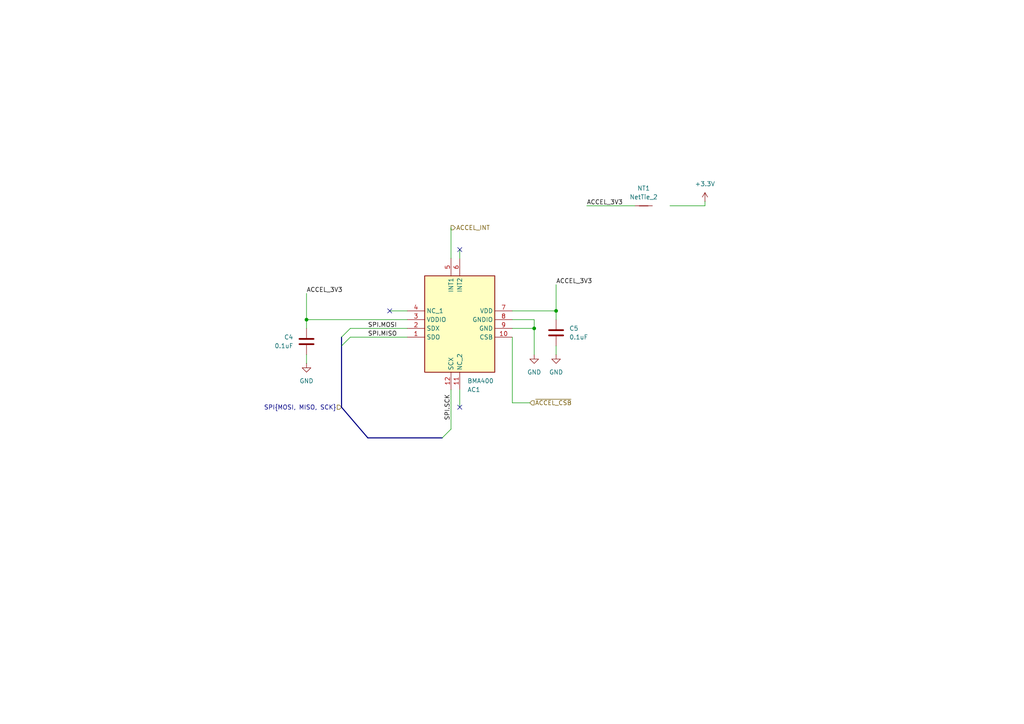
<source format=kicad_sch>
(kicad_sch (version 20250114) (generator "eeschema") (generator_version "9.0")
  (paper "A4")
  (lib_symbols
    (symbol "Device:C" (pin_numbers (hide yes)) (pin_names (offset 0.254))
      (property "Reference" "C" (at 0.635 2.54 0))
      (property "Value" "C" (at 0.635 -2.54 0))
      (symbol "C_0_1"
        (polyline (pts (xy -2.032 0.762) (xy 2.032 0.762)) (stroke (width 0.508)))
        (polyline (pts (xy -2.032 -0.762) (xy 2.032 -0.762)) (stroke (width 0.508)))
      )
      (symbol "C_1_1"
        (pin passive line (at 0 3.81 270) (length 2.794) (name "~") (number "1"))
        (pin passive line (at 0 -3.81 90) (length 2.794) (name "~") (number "2"))
      )
    )
    (symbol "Device:NetTie_2" (pin_numbers (hide yes)) (pin_names (offset 0) (hide yes)) (in_bom no)
      (property "Reference" "NT" (at 0 1.27 0))
      (property "Value" "NetTie_2" (at 0 -1.27 0))
      (symbol "NetTie_2_0_1"
        (polyline (pts (xy -1.27 0) (xy 1.27 0)) (stroke (width 0.254)))
      )
      (symbol "NetTie_2_1_1"
        (pin passive line (at -2.54 0 0) (length 2.54) (name "1") (number "1"))
        (pin passive line (at 2.54 0 180) (length 2.54) (name "2") (number "2"))
      )
    )
    (symbol "SamacSys_Parts:BMA400"
      (property "Reference" "AC" (at 26.67 15.24 0))
      (property "Value" "BMA400" (at 26.67 12.7 0))
      (symbol "BMA400_1_1"
        (rectangle (start 5.08 10.16) (end 25.4 -17.78) (stroke (width 0.254)) (fill (type background)))
        (pin passive line (at 0 0 0) (length 5.08) (name "SDO") (number "1"))
        (pin passive line (at 0 -2.54 0) (length 5.08) (name "SDX") (number "2"))
        (pin passive line (at 0 -5.08 0) (length 5.08) (name "VDDIO") (number "3"))
        (pin passive line (at 0 -7.62 0) (length 5.08) (name "NC_1") (number "4"))
        (pin passive line (at 12.7 15.24 270) (length 5.08) (name "SCX") (number "12"))
        (pin passive line (at 12.7 -22.86 90) (length 5.08) (name "INT1") (number "5"))
        (pin passive line (at 15.24 15.24 270) (length 5.08) (name "NC_2") (number "11"))
        (pin passive line (at 15.24 -22.86 90) (length 5.08) (name "INT2") (number "6"))
        (pin passive line (at 30.48 0 180) (length 5.08) (name "CSB") (number "10"))
        (pin passive line (at 30.48 -2.54 180) (length 5.08) (name "GND") (number "9"))
        (pin passive line (at 30.48 -5.08 180) (length 5.08) (name "GNDIO") (number "8"))
        (pin passive line (at 30.48 -7.62 180) (length 5.08) (name "VDD") (number "7"))
      )
    )
    (symbol "power:+3.3V" (power) (pin_numbers (hide yes)) (pin_names (offset 0) (hide yes))
      (property "Value" "+3.3V" (at 0 3.556 0))
      (symbol "+3.3V_0_1"
        (polyline (pts (xy -0.762 1.27) (xy 0 2.54)))
        (polyline (pts (xy 0 2.54) (xy 0.762 1.27)))
        (polyline (pts (xy 0 0) (xy 0 2.54)))
      )
      (symbol "+3.3V_1_1"
        (pin power_in line (at 0 0 90) (length 0) (name "~") (number "1"))
      )
    )
    (symbol "power:GND" (power) (pin_numbers (hide yes)) (pin_names (offset 0) (hide yes))
      (property "Value" "GND" (at 0 -3.81 0))
      (symbol "GND_0_1"
        (polyline (pts (xy 0 0) (xy 0 -1.27) (xy 1.27 -1.27) (xy 0 -2.54) (xy -1.27 -1.27) (xy 0 -1.27)))
      )
      (symbol "GND_1_1"
        (pin power_in line (at 0 0 270) (length 0) (name "~") (number "1"))
      )
    )
  )
  (junction (at 88.9 92.71))
  (junction (at 161.29 90.17))
  (junction (at 154.94 95.25))
  (no_connect (at 133.35 72.39))
  (no_connect (at 133.35 118.11))
  (no_connect (at 113.03 90.17))
  (bus_entry (at 99.06 97.79) (size 2.54 -2.54))
  (bus_entry (at 99.06 100.33) (size 2.54 -2.54))
  (bus_entry (at 128.27 127) (size 2.54 -2.54))
  (wire (pts (xy 184.15 59.69) (xy 170.18 59.69)))
  (wire (pts (xy 161.29 100.33) (xy 161.29 102.87)))
  (wire (pts (xy 101.6 97.79) (xy 118.11 97.79)))
  (wire (pts (xy 148.59 116.84) (xy 153.67 116.84)))
  (bus (pts (xy 106.68 127) (xy 128.27 127)))
  (wire (pts (xy 88.9 92.71) (xy 88.9 95.25)))
  (wire (pts (xy 113.03 90.17) (xy 118.11 90.17)))
  (wire (pts (xy 133.35 113.03) (xy 133.35 118.11)))
  (bus (pts (xy 99.06 97.79) (xy 99.06 100.33)))
  (wire (pts (xy 130.81 113.03) (xy 130.81 124.46)))
  (wire (pts (xy 88.9 102.87) (xy 88.9 105.41)))
  (bus (pts (xy 99.06 100.33) (xy 99.06 118.11)))
  (wire (pts (xy 133.35 72.39) (xy 133.35 74.93)))
  (wire (pts (xy 88.9 92.71) (xy 118.11 92.71)))
  (wire (pts (xy 148.59 95.25) (xy 154.94 95.25)))
  (wire (pts (xy 101.6 95.25) (xy 118.11 95.25)))
  (wire (pts (xy 88.9 85.09) (xy 88.9 92.71)))
  (wire (pts (xy 148.59 90.17) (xy 161.29 90.17)))
  (wire (pts (xy 154.94 95.25) (xy 154.94 102.87)))
  (wire (pts (xy 148.59 92.71) (xy 154.94 92.71)))
  (wire (pts (xy 161.29 90.17) (xy 161.29 92.71)))
  (wire (pts (xy 194.31 59.69) (xy 204.47 59.69)))
  (wire (pts (xy 154.94 92.71) (xy 154.94 95.25)))
  (wire (pts (xy 204.47 59.69) (xy 204.47 58.42)))
  (wire (pts (xy 161.29 82.55) (xy 161.29 90.17)))
  (wire (pts (xy 148.59 97.79) (xy 148.59 116.84)))
  (bus (pts (xy 99.06 118.11) (xy 106.68 127)))
  (wire (pts (xy 130.81 66.04) (xy 130.81 74.93)))
  (label "ACCEL_3V3" (at 161.29 82.55 0))
  (label "SPI.SCK" (at 130.81 121.92 90))
  (label "SPI.MOSI" (at 106.68 95.25 0))
  (label "ACCEL_3V3" (at 170.18 59.69 0))
  (label "SPI.MISO" (at 106.68 97.79 0))
  (label "ACCEL_3V3" (at 88.9 85.09 0))
  (hierarchical_label "SPI{MOSI, MISO, SCK}" (shape input) (at 99.06 118.11 180))
  (hierarchical_label "ACCEL_INT" (shape output) (at 130.81 66.04 0))
  (hierarchical_label "~{ACCEL_CSB}" (shape input) (at 153.67 116.84 0))
  (symbol (lib_id "Device:C") (at 161.29 96.52 0) (mirror y) (unit 1)
    (property "Reference" "C5" (at 165.1 95.2499 0) (effects (justify right)))
    (property "Value" "0.1uF" (at 165.1 97.7899 0) (effects (justify right)))
    (property "Footprint" "Capacitor_SMD:C_0402_1005Metric" (effects (hide yes)))
    (property "Description" "Unpolarized capacitor" (effects (hide yes)))
  )
  (symbol (lib_id "power:+3.3V") (at 204.47 58.42 0) (unit 1)
    (property "Reference" "#PWR018" (effects (hide yes)))
    (property "Value" "+3.3V" (at 204.47 53.34 0))
    (property "Description" "Power symbol creates a global label with name \"+3.3V\"" (effects (hide yes)))
  )
  (symbol (lib_id "Device:NetTie_2") (at 186.69 59.69 0) (unit 1) (in_bom no)
    (property "Reference" "NT1" (at 186.69 54.61 0))
    (property "Value" "NetTie_2" (at 186.69 57.15 0))
    (property "Description" "Net tie, 2 pins" (effects (hide yes)))
  )
  (symbol (lib_id "power:GND") (at 154.94 102.87 0) (unit 1)
    (property "Reference" "#PWR015" (effects (hide yes)))
    (property "Value" "GND" (at 154.94 107.95 0))
    (property "Description" "Power symbol creates a global label with name \"GND\" , ground" (effects (hide yes)))
  )
  (symbol (lib_id "Device:C") (at 88.9 99.06 0) (unit 1)
    (property "Reference" "C4" (at 85.09 97.7899 0) (effects (justify right)))
    (property "Value" "0.1uF" (at 85.09 100.3299 0) (effects (justify right)))
    (property "Footprint" "Capacitor_SMD:C_0402_1005Metric" (effects (hide yes)))
    (property "Description" "Unpolarized capacitor" (effects (hide yes)))
  )
  (symbol (lib_id "power:GND") (at 88.9 105.41 0) (unit 1)
    (property "Reference" "#PWR016" (effects (hide yes)))
    (property "Value" "GND" (at 88.9 110.49 0))
    (property "Description" "Power symbol creates a global label with name \"GND\" , ground" (effects (hide yes)))
  )
  (symbol (lib_id "SamacSys_Parts:BMA400") (at 118.11 97.79 0) (mirror x) (unit 1)
    (property "Reference" "AC1" (at 135.5441 113.03 0) (effects (justify left)))
    (property "Value" "BMA400" (at 135.5441 110.49 0) (effects (justify left)))
    (property "Footprint" "SamacSys_Parts:BOSCH_LGA-12" (effects (hide yes)))
    (property "Datasheet" "https://datasheet.datasheetarchive.com/originals/distributors/Datasheets_SAMA/fa80b3d87963a3ff599e323b9a26d827.pdf" (effects (hide yes)))
    (property "Description" "Ultra-low power triaxial accelerometer" (effects (hide yes)))
    (property "Mouser Part Number" "262-BMA400" (effects (hide yes)))
    (property "Mouser Price/Stock" "https://www.mouser.co.uk/ProductDetail/Bosch-Sensortec/BMA400?qs=f9yNj16SXrKBoguHUc32eQ%3D%3D" (effects (hide yes)))
    (property "Manufacturer_Name" "BOSCH" (effects (hide yes)))
    (property "Manufacturer_Part_Number" "BMA400" (effects (hide yes)))
  )
  (symbol (lib_id "power:GND") (at 161.29 102.87 0) (mirror y) (unit 1)
    (property "Reference" "#PWR017" (effects (hide yes)))
    (property "Value" "GND" (at 161.29 107.95 0))
    (property "Description" "Power symbol creates a global label with name \"GND\" , ground" (effects (hide yes)))
  )
)
</source>
